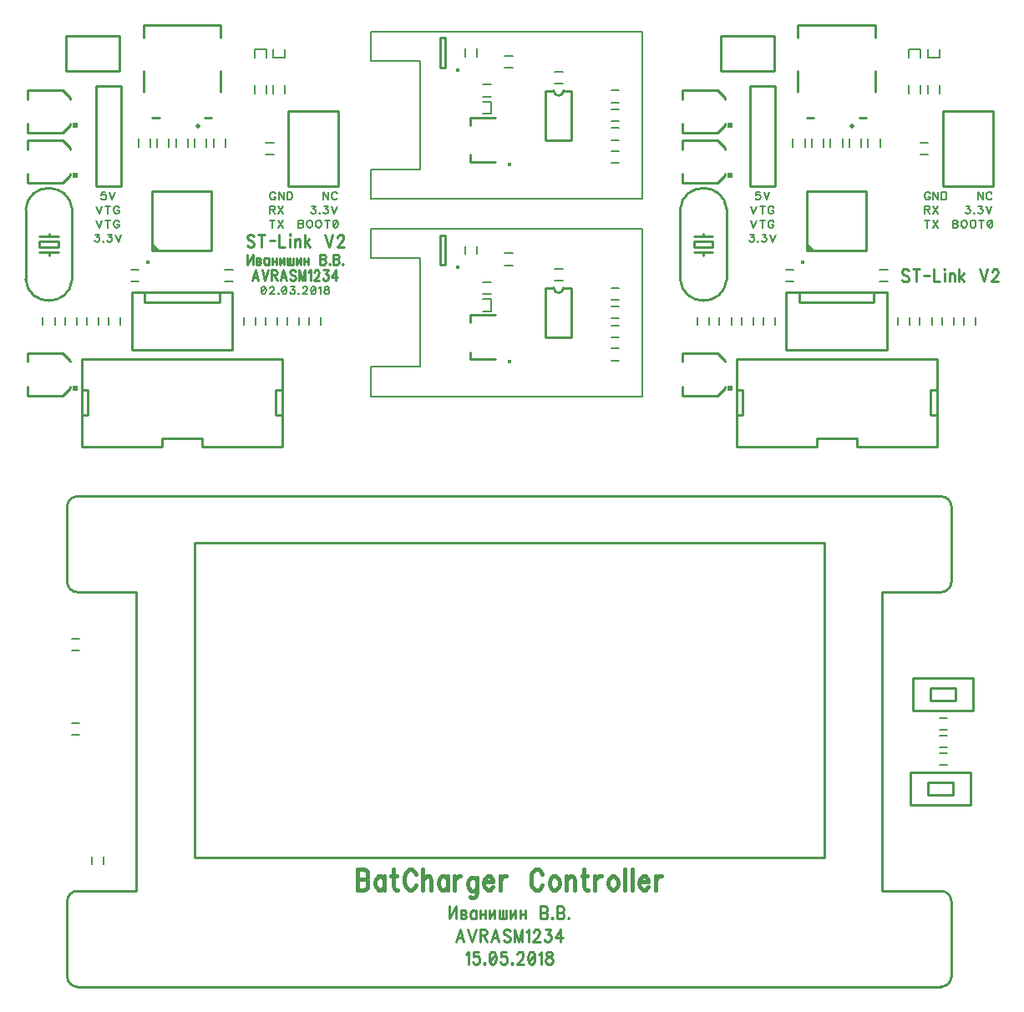
<source format=gbr>
G04 DipTrace 3.2.0.1*
G04 Âåðõíÿÿìàðêèðîâêà.gbr*
%MOIN*%
G04 #@! TF.FileFunction,Legend,Top*
G04 #@! TF.Part,Single*
%ADD10C,0.009843*%
%ADD20C,0.007874*%
%ADD41C,0.015422*%
%ADD53C,0.023676*%
%ADD58C,0.015709*%
%ADD61C,0.019654*%
%ADD69C,0.01542*%
%ADD150C,0.017498*%
%ADD151C,0.010936*%
%ADD152C,0.006562*%
%ADD153C,0.008749*%
%FSLAX26Y26*%
G04*
G70*
G90*
G75*
G01*
G04 TopSilk*
%LPD*%
X221510Y1057872D2*
D20*
X252997D1*
X221510Y1010632D2*
X252997D1*
X221510Y1395372D2*
X252997D1*
X221510Y1348132D2*
X252997D1*
X301133Y493507D2*
Y524994D1*
X348373Y493507D2*
Y524994D1*
X3716531Y1029530D2*
X3685044D1*
X3716531Y1076770D2*
X3685044D1*
X243862Y5631D2*
D10*
X3693146D1*
X204345Y1923532D2*
Y1620160D1*
X3732663Y348344D2*
Y44972D1*
X204345Y348344D2*
Y44972D1*
X479907Y1580819D2*
Y387685D1*
X3457101Y1580819D2*
Y387685D1*
X204345Y348344D2*
G02X243862Y387685I40923J-1590D01*
G01*
Y1580819D2*
X479907D1*
X3457101D2*
X3693146D1*
X204345Y1923532D2*
G02X243862Y1962873I40561J-1226D01*
G01*
X3693146D1*
X3732663Y1923532D2*
Y1620160D1*
X3457101Y387685D2*
X3693146D1*
X243862D2*
X479907D1*
X243862Y1580819D2*
G02X204345Y1620160I1406J40930D01*
G01*
X243862Y5631D2*
G02X204345Y44972I1044J40566D01*
G01*
X3732663Y1620160D2*
G02X3693146Y1580819I-40923J1590D01*
G01*
Y1962873D2*
G02X3732663Y1923532I-1044J-40566D01*
G01*
Y44972D2*
G02X3693146Y5631I-40561J1226D01*
G01*
Y387685D2*
G02X3732663Y348344I-1406J-40930D01*
G01*
X712423Y1777718D2*
X3224585D1*
Y521560D1*
X712423D1*
Y1777718D1*
X3685044Y1007872D2*
D20*
X3716531D1*
X3685044Y960632D2*
X3716531D1*
X3685044Y938974D2*
X3716531D1*
X3685044Y891734D2*
X3716531D1*
X3820859Y1106299D2*
D10*
X3580715D1*
Y1236220D1*
X3820859D1*
Y1106299D1*
X3750787Y1146250D2*
X3650788D1*
Y1196270D1*
X3750787D1*
Y1146250D1*
X3811017Y732283D2*
X3570873D1*
Y862205D1*
X3811017D1*
Y732283D1*
X3740944Y772234D2*
X3640945D1*
Y822254D1*
X3740944D1*
Y772234D1*
X46608Y3415535D2*
X46584Y3450968D1*
X46608Y3415535D2*
X186306D1*
X215865Y3445060D2*
X186306Y3415535D1*
X215865Y3445060D2*
X215889Y3450968D1*
X46584Y3549394D2*
X46608Y3584827D1*
X186306D1*
X215865Y3555302D2*
X186306Y3584827D1*
X215889Y3549394D2*
X215865Y3555302D1*
D53*
X237516Y3445051D3*
X46608Y3215556D2*
D10*
X46584Y3250989D1*
X46608Y3215556D2*
X186306D1*
X215865Y3245081D2*
X186306Y3215556D1*
X215865Y3245081D2*
X215889Y3250989D1*
X46584Y3349415D2*
X46608Y3384848D1*
X186306D1*
X215865Y3355323D2*
X186306Y3384848D1*
X215889Y3349415D2*
X215865Y3355323D1*
D53*
X237516Y3245072D3*
X46608Y2365646D2*
D10*
X46584Y2401078D1*
X46608Y2365646D2*
X186306D1*
X215865Y2395170D2*
X186306Y2365646D1*
X215865Y2395170D2*
X215889Y2401078D1*
X46584Y2499504D2*
X46608Y2534937D1*
X186306D1*
X215865Y2505413D2*
X186306Y2534937D1*
X215889Y2499504D2*
X215865Y2505413D1*
D53*
X237516Y2395162D3*
X536066Y3390938D2*
D20*
Y3359451D1*
X488826Y3390938D2*
Y3359451D1*
X836035Y3390938D2*
Y3359451D1*
X788795Y3390938D2*
Y3359451D1*
X459207Y2867620D2*
X490693D1*
X459207Y2820380D2*
X490693D1*
X865654D2*
X834167D1*
X865654Y2867620D2*
X834167D1*
X544320Y2944577D2*
D10*
X780541D1*
Y3180877D1*
X544320D1*
Y2944577D1*
G36*
D2*
X575816D1*
X544320Y2976113D1*
Y2944577D1*
G37*
D58*
X526584Y2897353D3*
X412517Y3660541D2*
D10*
X199919D1*
Y3802273D1*
X412517D1*
Y3660541D1*
X1026270Y3715664D2*
D20*
X1073510D1*
X1026270D2*
Y3747150D1*
X1073510Y3715664D2*
Y3747150D1*
X998518D2*
X951278D1*
X998518D2*
Y3715664D1*
X951278Y3747150D2*
Y3715664D1*
X2149611Y3657872D2*
X2181098D1*
X2149611Y3610632D2*
X2181098D1*
X2374611Y3340549D2*
X2406098D1*
X2374611Y3293309D2*
X2406098D1*
X996650Y3373817D2*
X1028137D1*
X996650Y3326577D2*
X1028137D1*
X563818Y3359451D2*
Y3390938D1*
X611058Y3359451D2*
Y3390938D1*
X1130006Y2678260D2*
Y2646774D1*
X1082766Y2678260D2*
Y2646774D1*
X1042515Y2678260D2*
Y2646774D1*
X995275Y2678260D2*
Y2646774D1*
X761043Y3390938D2*
Y3359451D1*
X713802Y3390938D2*
Y3359451D1*
X955024Y2678260D2*
Y2646774D1*
X907784Y2678260D2*
Y2646774D1*
X686051Y3390938D2*
Y3359451D1*
X638810Y3390938D2*
Y3359451D1*
X1217497Y2678260D2*
Y2646774D1*
X1170257Y2678260D2*
Y2646774D1*
X417329Y2678512D2*
Y2647026D1*
X370089Y2678512D2*
Y2647026D1*
X154856Y2678512D2*
Y2647026D1*
X107616Y2678512D2*
Y2647026D1*
X242347Y2678512D2*
Y2647026D1*
X195107Y2678512D2*
Y2647026D1*
X329838Y2678512D2*
Y2647026D1*
X282598Y2678512D2*
Y2647026D1*
X1073510Y3603415D2*
Y3571929D1*
X1026270Y3603415D2*
Y3571929D1*
X998518Y3603415D2*
Y3571929D1*
X951278Y3603415D2*
Y3571929D1*
X815975Y3843328D2*
D10*
X508886D1*
X815975D2*
Y3794135D1*
Y3661025D2*
Y3576777D1*
X780528Y3473265D2*
X752978D1*
X571883D2*
X544333D1*
X508886Y3576777D2*
Y3661025D1*
Y3794135D2*
Y3843328D1*
D61*
X725427Y3439781D3*
X418711Y3600192D2*
D10*
X318711D1*
Y3200192D1*
X418711D1*
Y3600192D1*
X1087375Y3200197D2*
X1287375D1*
Y3500197D1*
X1087375D1*
Y3200197D1*
X812017Y2738263D2*
X512844D1*
X812017D2*
Y2777630D1*
X512844Y2738263D2*
Y2777630D1*
X461643Y2549283D2*
X863218D1*
Y2777630D1*
X461643D1*
Y2549283D1*
X287230Y2287753D2*
X262430D1*
X287230Y2387853D2*
Y2287753D1*
Y2387853D2*
X262430D1*
X1062430Y2287753D2*
X1037630D1*
Y2387853D2*
Y2287753D1*
X1062430Y2387853D2*
X1037630D1*
X262430Y2512803D2*
Y2162803D1*
X1062430Y2512803D2*
Y2162803D1*
Y2512803D2*
X262430D1*
X582430Y2192903D2*
Y2162803D1*
X742430Y2192903D2*
X582430D1*
X742430D2*
Y2162803D1*
X582430D2*
X262430D1*
X1062430D2*
X742430D1*
X224110Y2829323D2*
Y3108651D1*
X38362Y2829323D2*
Y3108651D1*
X93734Y2956494D2*
Y2981479D1*
X168739D1*
Y2956494D1*
X93734D1*
Y2937756D2*
X168739D1*
X93734Y3000218D2*
X168739D1*
X131236D2*
Y3012756D1*
Y2937756D2*
Y2925218D1*
X38362Y2829323D2*
G03X224110Y2829323I92874J8216D01*
G01*
Y3108651D2*
G03X38362Y3108651I-92874J-8216D01*
G01*
X2374611Y3432872D2*
D20*
X2406098D1*
X2374611Y3385632D2*
X2406098D1*
X2114166Y3582679D2*
D10*
Y3385825D1*
X2216543Y3582679D2*
Y3385825D1*
X2114166D2*
X2216543D1*
X2145660Y3582679D2*
X2114166D1*
X2185049D2*
X2216543D1*
X2145660D2*
G03X2185049Y3582679I19694J9D01*
G01*
X2374611Y3507872D2*
D20*
X2406098D1*
X2374611Y3460632D2*
X2406098D1*
X2374611Y3582872D2*
X2406098D1*
X2374611Y3535632D2*
X2406098D1*
X1791734Y3718509D2*
Y3749995D1*
X1838974Y3718509D2*
Y3749995D1*
X1895665Y3559057D2*
X1864178D1*
X1895665Y3606297D2*
X1864178D1*
X1981098Y3673132D2*
X1949611D1*
X1981098Y3720372D2*
X1949611D1*
X1911405Y3297243D2*
D10*
X1812999D1*
Y3326784D1*
Y3444869D2*
Y3474409D1*
X1911405D1*
D69*
X1970035Y3288147D3*
X1895665Y3490159D2*
D20*
Y3537400D1*
Y3490159D2*
X1864178D1*
X1895665Y3537400D2*
X1864178D1*
D41*
X1762839Y3666001D3*
X1712697Y3675202D2*
D10*
Y3793307D1*
X1693012D1*
Y3675202D1*
X1712697D1*
X2149611Y2870470D2*
D20*
X2181098D1*
X2149611Y2823230D2*
X2181098D1*
X2374611Y2553148D2*
X2406098D1*
X2374611Y2505907D2*
X2406098D1*
X2374611Y2645470D2*
X2406098D1*
X2374611Y2598230D2*
X2406098D1*
X2114166Y2795278D2*
D10*
Y2598423D1*
X2216543Y2795278D2*
Y2598423D1*
X2114166D2*
X2216543D1*
X2145660Y2795278D2*
X2114166D1*
X2185049D2*
X2216543D1*
X2145660D2*
G03X2185049Y2795278I19694J9D01*
G01*
X2374611Y2720470D2*
D20*
X2406098D1*
X2374611Y2673230D2*
X2406098D1*
X2374611Y2795470D2*
X2406098D1*
X2374611Y2748230D2*
X2406098D1*
X1791734Y2931107D2*
Y2962594D1*
X1838974Y2931107D2*
Y2962594D1*
X1895665Y2771656D2*
X1864178D1*
X1895665Y2818896D2*
X1864178D1*
X1981098Y2885730D2*
X1949611D1*
X1981098Y2932970D2*
X1949611D1*
X1911405Y2509842D2*
D10*
X1812999D1*
Y2539382D1*
Y2657467D2*
Y2687008D1*
X1911405D1*
D69*
X1970035Y2500745D3*
X1895665Y2702758D2*
D20*
Y2749998D1*
Y2702758D2*
X1864178D1*
X1895665Y2749998D2*
X1864178D1*
D41*
X1762839Y2878600D3*
X1712697Y2887801D2*
D10*
Y3005906D1*
X1693012D1*
Y2887801D1*
X1712697D1*
X2658755Y3415535D2*
X2658731Y3450968D1*
X2658755Y3415535D2*
X2798452D1*
X2828012Y3445060D2*
X2798452Y3415535D1*
X2828012Y3445060D2*
X2828036Y3450968D1*
X2658731Y3549394D2*
X2658755Y3584827D1*
X2798452D1*
X2828012Y3555302D2*
X2798452Y3584827D1*
X2828036Y3549394D2*
X2828012Y3555302D1*
D53*
X2849663Y3445051D3*
X2658755Y3215556D2*
D10*
X2658731Y3250989D1*
X2658755Y3215556D2*
X2798452D1*
X2828012Y3245081D2*
X2798452Y3215556D1*
X2828012Y3245081D2*
X2828036Y3250989D1*
X2658731Y3349415D2*
X2658755Y3384848D1*
X2798452D1*
X2828012Y3355323D2*
X2798452Y3384848D1*
X2828036Y3349415D2*
X2828012Y3355323D1*
D53*
X2849663Y3245072D3*
X2658755Y2365646D2*
D10*
X2658731Y2401078D1*
X2658755Y2365646D2*
X2798452D1*
X2828012Y2395170D2*
X2798452Y2365646D1*
X2828012Y2395170D2*
X2828036Y2401078D1*
X2658731Y2499504D2*
X2658755Y2534937D1*
X2798452D1*
X2828012Y2505413D2*
X2798452Y2534937D1*
X2828036Y2499504D2*
X2828012Y2505413D1*
D53*
X2849663Y2395162D3*
X3148213Y3390938D2*
D20*
Y3359451D1*
X3100973Y3390938D2*
Y3359451D1*
X3448182Y3390938D2*
Y3359451D1*
X3400942Y3390938D2*
Y3359451D1*
X3071354Y2867620D2*
X3102840D1*
X3071354Y2820380D2*
X3102840D1*
X3477801D2*
X3446314D1*
X3477801Y2867620D2*
X3446314D1*
X3156467Y2944577D2*
D10*
X3392688D1*
Y3180877D1*
X3156467D1*
Y2944577D1*
G36*
D2*
X3187963D1*
X3156467Y2976113D1*
Y2944577D1*
G37*
D58*
X3138731Y2897353D3*
X3024664Y3660541D2*
D10*
X2812066D1*
Y3802273D1*
X3024664D1*
Y3660541D1*
X3638417Y3715664D2*
D20*
X3685657D1*
X3638417D2*
Y3747150D1*
X3685657Y3715664D2*
Y3747150D1*
X3610665D2*
X3563425D1*
X3610665D2*
Y3715664D1*
X3563425Y3747150D2*
Y3715664D1*
X3608797Y3373817D2*
X3640284D1*
X3608797Y3326577D2*
X3640284D1*
X3175965Y3359451D2*
Y3390938D1*
X3223205Y3359451D2*
Y3390938D1*
X3742153Y2678260D2*
Y2646774D1*
X3694913Y2678260D2*
Y2646774D1*
X3654662Y2678260D2*
Y2646774D1*
X3607422Y2678260D2*
Y2646774D1*
X3373190Y3390938D2*
Y3359451D1*
X3325949Y3390938D2*
Y3359451D1*
X3567171Y2678260D2*
Y2646774D1*
X3519931Y2678260D2*
Y2646774D1*
X3298198Y3390938D2*
Y3359451D1*
X3250957Y3390938D2*
Y3359451D1*
X3829644Y2678260D2*
Y2646774D1*
X3782404Y2678260D2*
Y2646774D1*
X3029476Y2678512D2*
Y2647026D1*
X2982236Y2678512D2*
Y2647026D1*
X2767003Y2678512D2*
Y2647026D1*
X2719763Y2678512D2*
Y2647026D1*
X2854494Y2678512D2*
Y2647026D1*
X2807254Y2678512D2*
Y2647026D1*
X2941985Y2678512D2*
Y2647026D1*
X2894745Y2678512D2*
Y2647026D1*
X3685657Y3603415D2*
Y3571929D1*
X3638417Y3603415D2*
Y3571929D1*
X3610665Y3603415D2*
Y3571929D1*
X3563425Y3603415D2*
Y3571929D1*
X3428122Y3843328D2*
D10*
X3121033D1*
X3428122D2*
Y3794135D1*
Y3661025D2*
Y3576777D1*
X3392675Y3473265D2*
X3365125D1*
X3184030D2*
X3156480D1*
X3121033Y3576777D2*
Y3661025D1*
Y3794135D2*
Y3843328D1*
D61*
X3337574Y3439781D3*
X3030858Y3600192D2*
D10*
X2930858D1*
Y3200192D1*
X3030858D1*
Y3600192D1*
X3699522Y3200197D2*
X3899522D1*
Y3500197D1*
X3699522D1*
Y3200197D1*
X3424164Y2738263D2*
X3124991D1*
X3424164D2*
Y2777630D1*
X3124991Y2738263D2*
Y2777630D1*
X3073790Y2549283D2*
X3475365D1*
Y2777630D1*
X3073790D1*
Y2549283D1*
X2899377Y2287753D2*
X2874577D1*
X2899377Y2387853D2*
Y2287753D1*
Y2387853D2*
X2874577D1*
X3674577Y2287753D2*
X3649777D1*
Y2387853D2*
Y2287753D1*
X3674577Y2387853D2*
X3649777D1*
X2874577Y2512803D2*
Y2162803D1*
X3674577Y2512803D2*
Y2162803D1*
Y2512803D2*
X2874577D1*
X3194577Y2192903D2*
Y2162803D1*
X3354577Y2192903D2*
X3194577D1*
X3354577D2*
Y2162803D1*
X3194577D2*
X2874577D1*
X3674577D2*
X3354577D1*
X2836257Y2829323D2*
Y3108651D1*
X2650509Y2829323D2*
Y3108651D1*
X2705881Y2956494D2*
Y2981479D1*
X2780886D1*
Y2956494D1*
X2705881D1*
Y2937756D2*
X2780886D1*
X2705881Y3000218D2*
X2780886D1*
X2743383D2*
Y3012756D1*
Y2937756D2*
Y2925218D1*
X2650509Y2829323D2*
G03X2836257Y2829323I92874J8216D01*
G01*
Y3108651D2*
G03X2650509Y3108651I-92874J-8216D01*
G01*
X1614173Y3267717D2*
D20*
Y3700787D1*
X1417323D1*
X1614173Y3267717D2*
X1417323D1*
Y3700787D2*
Y3818898D1*
Y3149606D2*
Y3267717D1*
Y3818898D2*
X2500000D1*
X1417323Y3149606D2*
X2500178D1*
X2500000D2*
Y3818898D1*
X1614173Y2480315D2*
Y2913386D1*
X1417323D1*
X1614173Y2480315D2*
X1417323D1*
Y2913386D2*
Y3031496D1*
Y2362205D2*
Y2480315D1*
Y3031496D2*
X2500000D1*
X1417323Y2362205D2*
X2500178D1*
X2500000D2*
Y3031496D1*
X1361345Y473196D2*
D150*
Y392812D1*
X1388935D1*
X1398132Y396703D1*
X1401174Y400505D1*
X1404216Y408110D1*
Y419606D1*
X1401174Y427300D1*
X1398132Y431102D1*
X1388935Y434905D1*
X1398132Y438796D1*
X1401174Y442599D1*
X1404216Y450204D1*
Y457897D1*
X1401174Y465502D1*
X1398132Y469393D1*
X1388935Y473196D1*
X1361345D1*
Y434905D2*
X1388935D1*
X1468929Y446401D2*
Y392812D1*
Y434905D2*
X1462845Y442599D1*
X1456690Y446401D1*
X1447564D1*
X1441410Y442599D1*
X1435325Y434905D1*
X1432213Y423409D1*
Y415804D1*
X1435325Y404308D1*
X1441410Y396703D1*
X1447564Y392812D1*
X1456690D1*
X1462845Y396703D1*
X1468929Y404308D1*
X1506123Y473196D2*
Y408110D1*
X1509165Y396703D1*
X1515320Y392812D1*
X1521404D1*
X1496926Y446401D2*
X1518362D1*
X1595314Y454095D2*
X1592272Y461700D1*
X1586117Y469393D1*
X1580033Y473196D1*
X1567794D1*
X1561639Y469393D1*
X1555555Y461700D1*
X1552442Y454095D1*
X1549400Y442599D1*
Y423409D1*
X1552442Y412001D1*
X1555555Y404308D1*
X1561639Y396703D1*
X1567794Y392812D1*
X1580033D1*
X1586117Y396703D1*
X1592272Y404308D1*
X1595314Y412001D1*
X1623310Y473196D2*
Y392812D1*
Y431102D2*
X1632507Y442599D1*
X1638662Y446401D1*
X1647859D1*
X1653943Y442599D1*
X1656985Y431102D1*
Y392812D1*
X1721698Y446401D2*
Y392812D1*
Y434905D2*
X1715614Y442599D1*
X1709459Y446401D1*
X1700333D1*
X1694178Y442599D1*
X1688094Y434905D1*
X1684981Y423409D1*
Y415804D1*
X1688094Y404308D1*
X1694178Y396703D1*
X1700333Y392812D1*
X1709459D1*
X1715614Y396703D1*
X1721698Y404308D1*
X1749694Y446401D2*
Y392812D1*
Y423409D2*
X1752807Y434905D1*
X1758891Y442599D1*
X1765046Y446401D1*
X1774243D1*
X1838956Y442599D2*
Y381316D1*
X1835914Y369908D1*
X1832872Y366017D1*
X1826717Y362215D1*
X1817520D1*
X1811436Y366017D1*
X1838956Y431102D2*
X1832872Y438708D1*
X1826717Y442599D1*
X1817520D1*
X1811436Y438708D1*
X1805281Y431102D1*
X1802239Y419606D1*
Y411913D1*
X1805281Y400505D1*
X1811436Y392812D1*
X1817520Y389009D1*
X1826717D1*
X1832872Y392812D1*
X1838956Y400505D1*
X1866953Y423409D2*
X1903669D1*
Y431102D1*
X1900627Y438796D1*
X1897585Y442599D1*
X1891430Y446401D1*
X1882233D1*
X1876149Y442599D1*
X1869995Y434905D1*
X1866953Y423409D1*
Y415804D1*
X1869995Y404308D1*
X1876149Y396703D1*
X1882233Y392812D1*
X1891430D1*
X1897585Y396703D1*
X1903669Y404308D1*
X1931666Y446401D2*
Y392812D1*
Y423409D2*
X1934779Y434905D1*
X1940863Y442599D1*
X1947017Y446401D1*
X1956214D1*
X2100568Y454095D2*
X2097526Y461700D1*
X2091371Y469393D1*
X2085287Y473196D1*
X2073048D1*
X2066893Y469393D1*
X2060809Y461700D1*
X2057696Y454095D1*
X2054654Y442599D1*
Y423409D1*
X2057696Y412001D1*
X2060809Y404308D1*
X2066893Y396703D1*
X2073048Y392812D1*
X2085287D1*
X2091371Y396703D1*
X2097526Y404308D1*
X2100568Y412001D1*
X2143845Y446401D2*
X2137761Y442599D1*
X2131606Y434905D1*
X2128564Y423409D1*
Y415804D1*
X2131606Y404308D1*
X2137761Y396703D1*
X2143845Y392812D1*
X2153042D1*
X2159197Y396703D1*
X2165281Y404308D1*
X2168394Y415804D1*
Y423409D1*
X2165281Y434905D1*
X2159197Y442599D1*
X2153042Y446401D1*
X2143845D1*
X2196390D2*
Y392812D1*
Y431102D2*
X2205587Y442599D1*
X2211742Y446401D1*
X2220868D1*
X2227023Y442599D1*
X2230065Y431102D1*
Y392812D1*
X2267258Y473196D2*
Y408110D1*
X2270300Y396703D1*
X2276455Y392812D1*
X2282539D1*
X2258061Y446401D2*
X2279497D1*
X2310536D2*
Y392812D1*
Y423409D2*
X2313648Y434905D1*
X2319732Y442599D1*
X2325887Y446401D1*
X2335084D1*
X2378362D2*
X2372277Y442599D1*
X2366123Y434905D1*
X2363081Y423409D1*
Y415804D1*
X2366123Y404308D1*
X2372277Y396703D1*
X2378362Y392812D1*
X2387558D1*
X2393713Y396703D1*
X2399797Y404308D1*
X2402910Y415804D1*
Y423409D1*
X2399797Y434905D1*
X2393713Y442599D1*
X2387558Y446401D1*
X2378362D1*
X2430907Y473196D2*
Y392812D1*
X2458903Y473196D2*
Y392812D1*
X2486900Y423409D2*
X2523616D1*
Y431102D1*
X2520574Y438796D1*
X2517532Y442599D1*
X2511377Y446401D1*
X2502180D1*
X2496096Y442599D1*
X2489942Y434905D1*
X2486900Y423409D1*
Y415804D1*
X2489942Y404308D1*
X2496096Y396703D1*
X2502180Y392812D1*
X2511377D1*
X2517532Y396703D1*
X2523616Y404308D1*
X2551613Y446401D2*
Y392812D1*
Y423409D2*
X2554725Y434905D1*
X2560810Y442599D1*
X2566964Y446401D1*
X2576161D1*
X1786844Y184319D2*
D151*
X1771502Y234559D1*
X1756203Y184319D1*
X1761951Y201066D2*
X1781096D1*
X1804342Y234559D2*
X1819641Y184319D1*
X1834939Y234559D1*
X1852437Y210627D2*
X1869637D1*
X1875385Y213059D1*
X1877331Y215436D1*
X1879232Y220189D1*
Y224997D1*
X1877331Y229751D1*
X1875385Y232182D1*
X1869637Y234559D1*
X1852437D1*
Y184319D1*
X1865835Y210627D2*
X1879232Y184319D1*
X1927371D2*
X1912028Y234559D1*
X1896730Y184319D1*
X1902478Y201066D2*
X1921623D1*
X1971664Y227374D2*
X1967861Y232182D1*
X1962113Y234559D1*
X1954464D1*
X1948716Y232182D1*
X1944869Y227374D1*
Y222621D1*
X1946814Y217812D1*
X1948716Y215436D1*
X1952518Y213059D1*
X1964014Y208251D1*
X1967861Y205874D1*
X1969762Y203442D1*
X1971664Y198689D1*
Y191504D1*
X1967861Y186751D1*
X1962113Y184319D1*
X1954464D1*
X1948716Y186751D1*
X1944869Y191504D1*
X2019759Y184319D2*
Y234559D1*
X2004460Y184319D1*
X1989161Y234559D1*
Y184319D1*
X2037256Y224942D2*
X2041103Y227374D1*
X2046851Y234504D1*
Y184319D1*
X2066295Y222566D2*
Y224942D1*
X2068196Y229751D1*
X2070097Y232127D1*
X2073944Y234504D1*
X2081593D1*
X2085396Y232127D1*
X2087297Y229751D1*
X2089242Y224942D1*
Y220189D1*
X2087297Y215381D1*
X2083494Y208251D1*
X2064349Y184319D1*
X2091144D1*
X2112488Y234504D2*
X2133491D1*
X2122039Y215381D1*
X2127787D1*
X2131589Y213004D1*
X2133491Y210627D1*
X2135436Y203442D1*
Y198689D1*
X2133491Y191504D1*
X2129688Y186696D1*
X2123940Y184319D1*
X2118192D1*
X2112488Y186696D1*
X2110587Y189127D1*
X2108642Y193881D1*
X2172079Y184319D2*
Y234504D1*
X2152934Y201066D1*
X2181630D1*
X1796051Y135888D2*
X1799898Y138320D1*
X1805646Y145450D1*
Y95265D1*
X1846091Y145450D2*
X1826990D1*
X1825089Y123950D1*
X1826990Y126327D1*
X1832738Y128759D1*
X1838442D1*
X1844190Y126327D1*
X1848037Y121574D1*
X1849938Y114388D1*
Y109635D1*
X1848037Y102450D1*
X1844190Y97642D1*
X1838442Y95265D1*
X1832738D1*
X1826990Y97642D1*
X1825089Y100074D1*
X1823143Y104827D1*
X1869337Y100074D2*
X1867436Y97642D1*
X1869337Y95265D1*
X1871283Y97642D1*
X1869337Y100074D1*
X1900276Y145450D2*
X1894528Y143073D1*
X1890682Y135888D1*
X1888780Y123950D1*
Y116765D1*
X1890682Y104827D1*
X1894528Y97642D1*
X1900276Y95265D1*
X1904079D1*
X1909827Y97642D1*
X1913630Y104827D1*
X1915575Y116765D1*
Y123950D1*
X1913630Y135888D1*
X1909827Y143073D1*
X1904079Y145450D1*
X1900276D1*
X1913630Y135888D2*
X1890682Y104827D1*
X1956021Y145450D2*
X1936920D1*
X1935018Y123950D1*
X1936920Y126327D1*
X1942668Y128759D1*
X1948371D1*
X1954120Y126327D1*
X1957966Y121574D1*
X1959868Y114388D1*
Y109635D1*
X1957966Y102450D1*
X1954120Y97642D1*
X1948371Y95265D1*
X1942668D1*
X1936920Y97642D1*
X1935018Y100074D1*
X1933073Y104827D1*
X1979267Y100074D2*
X1977365Y97642D1*
X1979267Y95265D1*
X1981212Y97642D1*
X1979267Y100074D1*
X2000655Y133512D2*
Y135888D1*
X2002557Y140697D1*
X2004458Y143073D1*
X2008305Y145450D1*
X2015954D1*
X2019757Y143073D1*
X2021658Y140697D1*
X2023603Y135888D1*
Y131135D1*
X2021658Y126327D1*
X2017855Y119197D1*
X1998710Y95265D1*
X2025505D1*
X2054498Y145450D2*
X2048750Y143073D1*
X2044904Y135888D1*
X2043002Y123950D1*
Y116765D1*
X2044904Y104827D1*
X2048750Y97642D1*
X2054498Y95265D1*
X2058301D1*
X2064049Y97642D1*
X2067852Y104827D1*
X2069797Y116765D1*
Y123950D1*
X2067852Y135888D1*
X2064049Y143073D1*
X2058301Y145450D1*
X2054498D1*
X2067852Y135888D2*
X2044904Y104827D1*
X2087295Y135888D2*
X2091142Y138320D1*
X2096890Y145450D1*
Y95265D1*
X2123938Y145450D2*
X2118234Y143073D1*
X2116289Y138320D1*
Y133512D1*
X2118234Y128759D1*
X2122037Y126327D1*
X2129686Y123950D1*
X2135434Y121574D1*
X2139237Y116765D1*
X2141138Y112012D1*
Y104827D1*
X2139237Y100074D1*
X2137335Y97642D1*
X2131587Y95265D1*
X2123938D1*
X2118234Y97642D1*
X2116289Y100074D1*
X2114388Y104827D1*
Y112012D1*
X2116289Y116765D1*
X2120136Y121574D1*
X2125839Y123950D1*
X2133489Y126327D1*
X2137335Y128759D1*
X2139237Y133512D1*
Y138320D1*
X2137335Y143073D1*
X2131587Y145450D1*
X2123938D1*
X1757356Y326593D2*
Y276353D1*
Y326593D2*
X1730561Y276353D1*
Y326593D2*
Y276353D1*
X1774854Y309846D2*
Y276353D1*
X1787765D1*
X1792098Y277956D1*
X1793513Y279559D1*
X1794928Y282709D1*
Y287518D1*
X1793513Y290723D1*
X1792098Y292326D1*
X1787765Y293874D1*
X1792098Y295532D1*
X1793513Y297079D1*
X1794928Y300285D1*
Y303490D1*
X1793513Y306641D1*
X1792098Y308244D1*
X1787765Y309846D1*
X1774854D1*
Y293874D2*
X1787765D1*
X1835373Y309846D2*
Y276353D1*
Y302661D2*
X1831571Y307470D1*
X1827724Y309846D1*
X1822020D1*
X1818173Y307470D1*
X1814371Y302661D1*
X1812425Y295476D1*
Y290723D1*
X1814371Y283538D1*
X1818173Y278785D1*
X1822020Y276353D1*
X1827724D1*
X1831571Y278785D1*
X1835373Y283538D1*
X1852871Y309846D2*
Y276353D1*
X1872945Y309846D2*
Y276353D1*
X1852871Y293874D2*
X1872945D1*
X1910517Y309846D2*
Y276353D1*
Y309846D2*
X1890443Y276353D1*
Y309846D2*
Y276353D1*
X1928015D2*
Y309846D1*
X1956711D2*
Y276353D1*
X1942340Y309846D2*
Y276353D1*
X1928015D2*
X1956711D1*
X1994282Y309846D2*
Y276353D1*
Y309846D2*
X1974208Y276353D1*
Y309846D2*
Y276353D1*
X2011780Y309846D2*
Y276353D1*
X2031854Y309846D2*
Y276353D1*
X2011780Y293874D2*
X2031854D1*
X2093379Y326593D2*
Y276353D1*
X2110623D1*
X2116371Y278785D1*
X2118272Y281162D1*
X2120174Y285915D1*
Y293100D1*
X2118272Y297908D1*
X2116371Y300285D1*
X2110623Y302661D1*
X2116371Y305093D1*
X2118272Y307470D1*
X2120174Y312223D1*
Y317032D1*
X2118272Y321785D1*
X2116371Y324217D1*
X2110623Y326593D1*
X2093379D1*
Y302661D2*
X2110623D1*
X2139573Y281162D2*
X2137671Y278730D1*
X2139573Y276353D1*
X2141518Y278730D1*
X2139573Y281162D1*
X2159016Y326593D2*
Y276353D1*
X2176260D1*
X2182008Y278785D1*
X2183909Y281162D1*
X2185811Y285915D1*
Y293100D1*
X2183909Y297908D1*
X2182008Y300285D1*
X2176260Y302661D1*
X2182008Y305093D1*
X2183909Y307470D1*
X2185811Y312223D1*
Y317032D1*
X2183909Y321785D1*
X2182008Y324217D1*
X2176260Y326593D1*
X2159016D1*
Y302661D2*
X2176260D1*
X2205210Y281162D2*
X2203308Y278730D1*
X2205210Y276353D1*
X2207155Y278730D1*
X2205210Y281162D1*
X1246778Y3178044D2*
D152*
Y3147900D1*
X1226682Y3178044D1*
Y3147900D1*
X1281424Y3170881D2*
X1279998Y3173733D1*
X1277113Y3176618D1*
X1274261Y3178044D1*
X1268524D1*
X1265639Y3176618D1*
X1262787Y3173733D1*
X1261328Y3170881D1*
X1259902Y3166570D1*
Y3159374D1*
X1261328Y3155096D1*
X1262787Y3152211D1*
X1265639Y3149359D1*
X1268524Y3147900D1*
X1274261D1*
X1277113Y3149359D1*
X1279998Y3152211D1*
X1281424Y3155096D1*
X1035727Y3170881D2*
X1034301Y3173733D1*
X1031416Y3176618D1*
X1028564Y3178044D1*
X1022827D1*
X1019942Y3176618D1*
X1017090Y3173733D1*
X1015631Y3170881D1*
X1014205Y3166570D1*
Y3159374D1*
X1015631Y3155096D1*
X1017090Y3152211D1*
X1019942Y3149359D1*
X1022827Y3147900D1*
X1028564D1*
X1031416Y3149359D1*
X1034301Y3152211D1*
X1035727Y3155096D1*
Y3159374D1*
X1028564D1*
X1068946Y3178044D2*
Y3147900D1*
X1048850Y3178044D1*
Y3147900D1*
X1082069Y3178044D2*
Y3147900D1*
X1092117D1*
X1096428Y3149359D1*
X1099313Y3152211D1*
X1100739Y3155096D1*
X1102165Y3159374D1*
Y3166570D1*
X1100739Y3170881D1*
X1099313Y3173733D1*
X1096428Y3176618D1*
X1092117Y3178044D1*
X1082069D1*
X1014205Y3107440D2*
X1027105D1*
X1031416Y3108900D1*
X1032875Y3110326D1*
X1034301Y3113177D1*
Y3116062D1*
X1032875Y3118914D1*
X1031416Y3120374D1*
X1027105Y3121799D1*
X1014205D1*
Y3091655D1*
X1024253Y3107440D2*
X1034301Y3091655D1*
X1047424Y3121799D2*
X1067520Y3091655D1*
Y3121799D2*
X1047424Y3091655D1*
X1024253Y3065555D2*
Y3035411D1*
X1014205Y3065555D2*
X1034301D1*
X1047424D2*
X1067520Y3035411D1*
Y3065555D2*
X1047424Y3035411D1*
X1126693Y3065555D2*
Y3035411D1*
X1139626D1*
X1143937Y3036870D1*
X1145363Y3038296D1*
X1146789Y3041148D1*
Y3045459D1*
X1145363Y3048344D1*
X1143937Y3049770D1*
X1139626Y3051196D1*
X1143937Y3052655D1*
X1145363Y3054081D1*
X1146789Y3056933D1*
Y3059818D1*
X1145363Y3062670D1*
X1143937Y3064129D1*
X1139626Y3065555D1*
X1126693D1*
Y3051196D2*
X1139626D1*
X1168534Y3065555D2*
X1165649Y3064129D1*
X1162797Y3061244D1*
X1161338Y3058392D1*
X1159912Y3054081D1*
Y3046885D1*
X1161338Y3042607D1*
X1162797Y3039722D1*
X1165649Y3036870D1*
X1168534Y3035411D1*
X1174271D1*
X1177123Y3036870D1*
X1180008Y3039722D1*
X1181434Y3042607D1*
X1182860Y3046885D1*
Y3054081D1*
X1181434Y3058392D1*
X1180008Y3061244D1*
X1177123Y3064129D1*
X1174271Y3065555D1*
X1168534D1*
X1204606D2*
X1201721Y3064129D1*
X1198869Y3061244D1*
X1197409Y3058392D1*
X1195984Y3054081D1*
Y3046885D1*
X1197409Y3042607D1*
X1198869Y3039722D1*
X1201721Y3036870D1*
X1204606Y3035411D1*
X1210343D1*
X1213194Y3036870D1*
X1216080Y3039722D1*
X1217506Y3042607D1*
X1218931Y3046885D1*
Y3054081D1*
X1217506Y3058392D1*
X1216080Y3061244D1*
X1213194Y3064129D1*
X1210343Y3065555D1*
X1204606D1*
X1242103D2*
Y3035411D1*
X1232055Y3065555D2*
X1252151D1*
X1273896Y3065522D2*
X1269585Y3064096D1*
X1266700Y3059785D1*
X1265274Y3052622D1*
Y3048311D1*
X1266700Y3041148D1*
X1269585Y3036837D1*
X1273896Y3035411D1*
X1276748D1*
X1281059Y3036837D1*
X1283911Y3041148D1*
X1285370Y3048311D1*
Y3052622D1*
X1283911Y3059785D1*
X1281059Y3064096D1*
X1276748Y3065522D1*
X1273896D1*
X1283911Y3059785D2*
X1266700Y3041148D1*
X1179573Y3121766D2*
X1195325D1*
X1186736Y3110292D1*
X1191047D1*
X1193899Y3108866D1*
X1195325Y3107440D1*
X1196784Y3103129D1*
Y3100278D1*
X1195325Y3095966D1*
X1192473Y3093081D1*
X1188162Y3091655D1*
X1183851D1*
X1179573Y3093081D1*
X1178147Y3094541D1*
X1176688Y3097392D1*
X1211333Y3094541D2*
X1209907Y3093081D1*
X1211333Y3091655D1*
X1212792Y3093081D1*
X1211333Y3094541D1*
X1228801Y3121766D2*
X1244552D1*
X1235963Y3110292D1*
X1240274D1*
X1243126Y3108866D1*
X1244552Y3107440D1*
X1246011Y3103129D1*
Y3100278D1*
X1244552Y3095966D1*
X1241700Y3093081D1*
X1237389Y3091655D1*
X1233078D1*
X1228801Y3093081D1*
X1227375Y3094541D1*
X1225915Y3097392D1*
X1259135Y3121799D2*
X1270609Y3091655D1*
X1282083Y3121799D1*
X356487Y3178010D2*
X342161D1*
X340735Y3165110D1*
X342161Y3166536D1*
X346472Y3167996D1*
X350750D1*
X355061Y3166536D1*
X357946Y3163685D1*
X359372Y3159374D1*
Y3156522D1*
X357946Y3152211D1*
X355061Y3149326D1*
X350750Y3147900D1*
X346472D1*
X342161Y3149326D1*
X340735Y3150785D1*
X339276Y3153637D1*
X372495Y3178044D2*
X383969Y3147900D1*
X395443Y3178044D1*
X320528Y3121799D2*
X332002Y3091655D1*
X343475Y3121799D1*
X366647D2*
Y3091655D1*
X356599Y3121799D2*
X376695D1*
X411340Y3114637D2*
X409914Y3117488D1*
X407029Y3120374D1*
X404177Y3121799D1*
X398440D1*
X395555Y3120374D1*
X392703Y3117488D1*
X391244Y3114637D1*
X389818Y3110326D1*
Y3103129D1*
X391244Y3098852D1*
X392703Y3095966D1*
X395555Y3093115D1*
X398440Y3091655D1*
X404177D1*
X407029Y3093115D1*
X409914Y3095966D1*
X411340Y3098852D1*
Y3103129D1*
X404177D1*
X320528Y3065555D2*
X332002Y3035411D1*
X343475Y3065555D1*
X366647D2*
Y3035411D1*
X356599Y3065555D2*
X376695D1*
X411340Y3058392D2*
X409914Y3061244D1*
X407029Y3064129D1*
X404177Y3065555D1*
X398440D1*
X395555Y3064129D1*
X392703Y3061244D1*
X391244Y3058392D1*
X389818Y3054081D1*
Y3046885D1*
X391244Y3042607D1*
X392703Y3039722D1*
X395555Y3036870D1*
X398440Y3035411D1*
X404177D1*
X407029Y3036870D1*
X409914Y3039722D1*
X411340Y3042607D1*
Y3046885D1*
X404177D1*
X317163Y3009278D2*
X332915D1*
X324326Y2997804D1*
X328637D1*
X331489Y2996378D1*
X332915Y2994952D1*
X334374Y2990641D1*
Y2987789D1*
X332915Y2983478D1*
X330063Y2980593D1*
X325752Y2979167D1*
X321441D1*
X317163Y2980593D1*
X315737Y2982052D1*
X314278Y2984904D1*
X348924Y2982052D2*
X347498Y2980593D1*
X348924Y2979167D1*
X350383Y2980593D1*
X348924Y2982052D1*
X366391Y3009278D2*
X382143D1*
X373554Y2997804D1*
X377865D1*
X380717Y2996378D1*
X382143Y2994952D1*
X383602Y2990641D1*
Y2987789D1*
X382143Y2983478D1*
X379291Y2980593D1*
X374980Y2979167D1*
X370669D1*
X366391Y2980593D1*
X364965Y2982052D1*
X363506Y2984904D1*
X396725Y3009311D2*
X408199Y2979167D1*
X419673Y3009311D1*
X949446Y3000949D2*
D151*
X945644Y3005757D1*
X939896Y3008134D1*
X932247D1*
X926499Y3005757D1*
X922652Y3000949D1*
Y2996196D1*
X924597Y2991387D1*
X926499Y2989011D1*
X930301Y2986634D1*
X941797Y2981826D1*
X945644Y2979449D1*
X947545Y2977017D1*
X949446Y2972264D1*
Y2965079D1*
X945644Y2960326D1*
X939896Y2957894D1*
X932247D1*
X926499Y2960326D1*
X922652Y2965079D1*
X980342Y3008134D2*
Y2957894D1*
X966944Y3008134D2*
X993739D1*
X1011237Y2982986D2*
X1033345D1*
X1050842Y3008134D2*
Y2957894D1*
X1073790D1*
X1091288Y3008134D2*
X1093189Y3005757D1*
X1095135Y3008134D1*
X1093189Y3010566D1*
X1091288Y3008134D1*
X1093189Y2991387D2*
Y2957894D1*
X1112633Y2991387D2*
Y2957894D1*
Y2981826D2*
X1118381Y2989011D1*
X1122227Y2991387D1*
X1127931D1*
X1131778Y2989011D1*
X1133679Y2981826D1*
Y2957894D1*
X1151177Y3008134D2*
Y2957894D1*
X1170322Y2991387D2*
X1151177Y2967455D1*
X1158826Y2977017D2*
X1172224Y2957894D1*
X1233749Y3008134D2*
X1249047Y2957894D1*
X1264346Y3008134D1*
X1283789Y2996140D2*
Y2998517D1*
X1285691Y3003325D1*
X1287592Y3005702D1*
X1291439Y3008079D1*
X1299088D1*
X1302890Y3005702D1*
X1304792Y3003325D1*
X1306737Y2998517D1*
Y2993764D1*
X1304792Y2988955D1*
X1300989Y2981826D1*
X1281844Y2957894D1*
X1308638D1*
X967221Y2826088D2*
D153*
X954947Y2866280D1*
X942708Y2826088D1*
X947306Y2839486D2*
X962623D1*
X981219Y2866280D2*
X993458Y2826088D1*
X1005697Y2866280D1*
X1019695Y2847135D2*
X1033455D1*
X1038054Y2849080D1*
X1039610Y2850982D1*
X1041131Y2854784D1*
Y2858631D1*
X1039610Y2862434D1*
X1038054Y2864379D1*
X1033455Y2866280D1*
X1019695D1*
Y2826088D1*
X1030413Y2847135D2*
X1041131Y2826088D1*
X1079642D2*
X1067368Y2866280D1*
X1055129Y2826088D1*
X1059728Y2839486D2*
X1075044D1*
X1115076Y2860532D2*
X1112034Y2864379D1*
X1107436Y2866280D1*
X1101316D1*
X1096718Y2864379D1*
X1093641Y2860532D1*
Y2856730D1*
X1095197Y2852883D1*
X1096718Y2850982D1*
X1099760Y2849080D1*
X1108957Y2845234D1*
X1112034Y2843332D1*
X1113555Y2841387D1*
X1115076Y2837584D1*
Y2831836D1*
X1112034Y2828034D1*
X1107436Y2826088D1*
X1101316D1*
X1096718Y2828034D1*
X1093641Y2831836D1*
X1153552Y2826088D2*
Y2866280D1*
X1141313Y2826088D1*
X1129075Y2866280D1*
Y2826088D1*
X1167551Y2858587D2*
X1170628Y2860532D1*
X1175226Y2866236D1*
Y2826088D1*
X1190781Y2856686D2*
Y2858587D1*
X1192302Y2862434D1*
X1193823Y2864335D1*
X1196901Y2866236D1*
X1203020D1*
X1206062Y2864335D1*
X1207583Y2862434D1*
X1209139Y2858587D1*
Y2854784D1*
X1207583Y2850937D1*
X1204541Y2845234D1*
X1189225Y2826088D1*
X1210660D1*
X1227736Y2866236D2*
X1244538D1*
X1235377Y2850937D1*
X1239975D1*
X1243017Y2849036D1*
X1244538Y2847135D1*
X1246094Y2841387D1*
Y2837584D1*
X1244538Y2831836D1*
X1241496Y2827990D1*
X1236898Y2826088D1*
X1232299D1*
X1227736Y2827990D1*
X1226215Y2829935D1*
X1224659Y2833738D1*
X1275409Y2826088D2*
Y2866236D1*
X1260093Y2839486D1*
X1283049D1*
X987131Y2800592D2*
D152*
X982820Y2799166D1*
X979935Y2794855D1*
X978509Y2787692D1*
Y2783381D1*
X979935Y2776218D1*
X982820Y2771907D1*
X987131Y2770481D1*
X989983D1*
X994294Y2771907D1*
X997146Y2776218D1*
X998605Y2783381D1*
Y2787692D1*
X997146Y2794855D1*
X994294Y2799166D1*
X989983Y2800592D1*
X987131D1*
X997146Y2794855D2*
X979935Y2776218D1*
X1013188Y2793429D2*
Y2794855D1*
X1014614Y2797740D1*
X1016040Y2799166D1*
X1018925Y2800592D1*
X1024662D1*
X1027514Y2799166D1*
X1028939Y2797740D1*
X1030399Y2794855D1*
Y2792003D1*
X1028939Y2789118D1*
X1026088Y2784840D1*
X1011729Y2770481D1*
X1031825D1*
X1046374Y2773366D2*
X1044948Y2771907D1*
X1046374Y2770481D1*
X1047833Y2771907D1*
X1046374Y2773366D1*
X1069578Y2800592D2*
X1065267Y2799166D1*
X1062382Y2794855D1*
X1060956Y2787692D1*
Y2783381D1*
X1062382Y2776218D1*
X1065267Y2771907D1*
X1069578Y2770481D1*
X1072430D1*
X1076741Y2771907D1*
X1079593Y2776218D1*
X1081052Y2783381D1*
Y2787692D1*
X1079593Y2794855D1*
X1076741Y2799166D1*
X1072430Y2800592D1*
X1069578D1*
X1079593Y2794855D2*
X1062382Y2776218D1*
X1097061Y2800592D2*
X1112813D1*
X1104224Y2789118D1*
X1108535D1*
X1111387Y2787692D1*
X1112813Y2786266D1*
X1114272Y2781955D1*
Y2779103D1*
X1112813Y2774792D1*
X1109961Y2771907D1*
X1105650Y2770481D1*
X1101339D1*
X1097061Y2771907D1*
X1095635Y2773366D1*
X1094176Y2776218D1*
X1128821Y2773366D2*
X1127395Y2771907D1*
X1128821Y2770481D1*
X1130280Y2771907D1*
X1128821Y2773366D1*
X1144863Y2793429D2*
Y2794855D1*
X1146289Y2797740D1*
X1147715Y2799166D1*
X1150600Y2800592D1*
X1156337D1*
X1159188Y2799166D1*
X1160614Y2797740D1*
X1162074Y2794855D1*
Y2792003D1*
X1160614Y2789118D1*
X1157763Y2784840D1*
X1143403Y2770481D1*
X1163499D1*
X1185245Y2800592D2*
X1180934Y2799166D1*
X1178049Y2794855D1*
X1176623Y2787692D1*
Y2783381D1*
X1178049Y2776218D1*
X1180934Y2771907D1*
X1185245Y2770481D1*
X1188097D1*
X1192408Y2771907D1*
X1195260Y2776218D1*
X1196719Y2783381D1*
Y2787692D1*
X1195260Y2794855D1*
X1192408Y2799166D1*
X1188097Y2800592D1*
X1185245D1*
X1195260Y2794855D2*
X1178049Y2776218D1*
X1209842Y2794855D2*
X1212727Y2796314D1*
X1217038Y2800592D1*
Y2770481D1*
X1237325Y2800592D2*
X1233047Y2799166D1*
X1231588Y2796314D1*
Y2793429D1*
X1233047Y2790577D1*
X1235899Y2789118D1*
X1241636Y2787692D1*
X1245947Y2786266D1*
X1248799Y2783381D1*
X1250225Y2780529D1*
Y2776218D1*
X1248799Y2773366D1*
X1247373Y2771907D1*
X1243062Y2770481D1*
X1237325D1*
X1233047Y2771907D1*
X1231588Y2773366D1*
X1230162Y2776218D1*
Y2780529D1*
X1231588Y2783381D1*
X1234473Y2786266D1*
X1238751Y2787692D1*
X1244488Y2789118D1*
X1247373Y2790577D1*
X1248799Y2793429D1*
Y2796314D1*
X1247373Y2799166D1*
X1243062Y2800592D1*
X1237325D1*
X945392Y2928787D2*
D153*
Y2888595D1*
Y2928787D2*
X923956Y2888595D1*
Y2928787D2*
Y2888595D1*
X959390Y2915390D2*
Y2888595D1*
X969719D1*
X973185Y2889877D1*
X974317Y2891159D1*
X975449Y2893680D1*
Y2897526D1*
X974317Y2900091D1*
X973185Y2901373D1*
X969719Y2902611D1*
X973185Y2903938D1*
X974317Y2905176D1*
X975449Y2907740D1*
Y2910305D1*
X974317Y2912825D1*
X973185Y2914107D1*
X969719Y2915390D1*
X959390D1*
Y2902611D2*
X969719D1*
X1007805Y2915390D2*
Y2888595D1*
Y2909641D2*
X1004763Y2913488D1*
X1001686Y2915390D1*
X997123D1*
X994046Y2913488D1*
X991004Y2909641D1*
X989447Y2903893D1*
Y2900091D1*
X991004Y2894343D1*
X994046Y2890540D1*
X997123Y2888595D1*
X1001686D1*
X1004763Y2890540D1*
X1007805Y2894343D1*
X1021804Y2915390D2*
Y2888595D1*
X1037863Y2915390D2*
Y2888595D1*
X1021804Y2902611D2*
X1037863D1*
X1067920Y2915390D2*
Y2888595D1*
Y2915390D2*
X1051861Y2888595D1*
Y2915390D2*
Y2888595D1*
X1081918D2*
Y2915390D1*
X1104875D2*
Y2888595D1*
X1093379Y2915390D2*
Y2888595D1*
X1081918D2*
X1104875D1*
X1134933Y2915390D2*
Y2888595D1*
Y2915390D2*
X1118873Y2888595D1*
Y2915390D2*
Y2888595D1*
X1148931Y2915390D2*
Y2888595D1*
X1164990Y2915390D2*
Y2888595D1*
X1148931Y2902611D2*
X1164990D1*
X1214210Y2928787D2*
Y2888595D1*
X1228005D1*
X1232604Y2890540D1*
X1234125Y2892442D1*
X1235646Y2896244D1*
Y2901992D1*
X1234125Y2905839D1*
X1232604Y2907740D1*
X1228005Y2909641D1*
X1232604Y2911587D1*
X1234125Y2913488D1*
X1235646Y2917291D1*
Y2921138D1*
X1234125Y2924940D1*
X1232604Y2926886D1*
X1228005Y2928787D1*
X1214210D1*
Y2909641D2*
X1228005D1*
X1251165Y2892442D2*
X1249644Y2890496D1*
X1251165Y2888595D1*
X1252721Y2890496D1*
X1251165Y2892442D1*
X1266720Y2928787D2*
Y2888595D1*
X1280515D1*
X1285113Y2890540D1*
X1286634Y2892442D1*
X1288155Y2896244D1*
Y2901992D1*
X1286634Y2905839D1*
X1285113Y2907740D1*
X1280515Y2909641D1*
X1285113Y2911587D1*
X1286634Y2913488D1*
X1288155Y2917291D1*
Y2921138D1*
X1286634Y2924940D1*
X1285113Y2926886D1*
X1280515Y2928787D1*
X1266720D1*
Y2909641D2*
X1280515D1*
X1303675Y2892442D2*
X1302154Y2890496D1*
X1303675Y2888595D1*
X1305231Y2890496D1*
X1303675Y2892442D1*
X3858925Y3178044D2*
D152*
Y3147900D1*
X3838829Y3178044D1*
Y3147900D1*
X3893571Y3170881D2*
X3892145Y3173733D1*
X3889260Y3176618D1*
X3886408Y3178044D1*
X3880671D1*
X3877786Y3176618D1*
X3874934Y3173733D1*
X3873475Y3170881D1*
X3872049Y3166570D1*
Y3159374D1*
X3873475Y3155096D1*
X3874934Y3152211D1*
X3877786Y3149359D1*
X3880671Y3147900D1*
X3886408D1*
X3889260Y3149359D1*
X3892145Y3152211D1*
X3893571Y3155096D1*
X3647874Y3170881D2*
X3646448Y3173733D1*
X3643563Y3176618D1*
X3640711Y3178044D1*
X3634974D1*
X3632089Y3176618D1*
X3629237Y3173733D1*
X3627778Y3170881D1*
X3626352Y3166570D1*
Y3159374D1*
X3627778Y3155096D1*
X3629237Y3152211D1*
X3632089Y3149359D1*
X3634974Y3147900D1*
X3640711D1*
X3643563Y3149359D1*
X3646448Y3152211D1*
X3647874Y3155096D1*
Y3159374D1*
X3640711D1*
X3681093Y3178044D2*
Y3147900D1*
X3660997Y3178044D1*
Y3147900D1*
X3694216Y3178044D2*
Y3147900D1*
X3704264D1*
X3708575Y3149359D1*
X3711460Y3152211D1*
X3712886Y3155096D1*
X3714312Y3159374D1*
Y3166570D1*
X3712886Y3170881D1*
X3711460Y3173733D1*
X3708575Y3176618D1*
X3704264Y3178044D1*
X3694216D1*
X3626352Y3107440D2*
X3639252D1*
X3643563Y3108900D1*
X3645022Y3110326D1*
X3646448Y3113177D1*
Y3116062D1*
X3645022Y3118914D1*
X3643563Y3120374D1*
X3639252Y3121799D1*
X3626352D1*
Y3091655D1*
X3636400Y3107440D2*
X3646448Y3091655D1*
X3659571Y3121799D2*
X3679667Y3091655D1*
Y3121799D2*
X3659571Y3091655D1*
X3636400Y3065555D2*
Y3035411D1*
X3626352Y3065555D2*
X3646448D1*
X3659571D2*
X3679667Y3035411D1*
Y3065555D2*
X3659571Y3035411D1*
X3738840Y3065555D2*
Y3035411D1*
X3751773D1*
X3756084Y3036870D1*
X3757510Y3038296D1*
X3758936Y3041148D1*
Y3045459D1*
X3757510Y3048344D1*
X3756084Y3049770D1*
X3751773Y3051196D1*
X3756084Y3052655D1*
X3757510Y3054081D1*
X3758936Y3056933D1*
Y3059818D1*
X3757510Y3062670D1*
X3756084Y3064129D1*
X3751773Y3065555D1*
X3738840D1*
Y3051196D2*
X3751773D1*
X3780681Y3065555D2*
X3777796Y3064129D1*
X3774944Y3061244D1*
X3773485Y3058392D1*
X3772059Y3054081D1*
Y3046885D1*
X3773485Y3042607D1*
X3774944Y3039722D1*
X3777796Y3036870D1*
X3780681Y3035411D1*
X3786418D1*
X3789270Y3036870D1*
X3792155Y3039722D1*
X3793581Y3042607D1*
X3795007Y3046885D1*
Y3054081D1*
X3793581Y3058392D1*
X3792155Y3061244D1*
X3789270Y3064129D1*
X3786418Y3065555D1*
X3780681D1*
X3816753D2*
X3813868Y3064129D1*
X3811016Y3061244D1*
X3809556Y3058392D1*
X3808131Y3054081D1*
Y3046885D1*
X3809556Y3042607D1*
X3811016Y3039722D1*
X3813868Y3036870D1*
X3816753Y3035411D1*
X3822490D1*
X3825341Y3036870D1*
X3828227Y3039722D1*
X3829652Y3042607D1*
X3831078Y3046885D1*
Y3054081D1*
X3829652Y3058392D1*
X3828227Y3061244D1*
X3825341Y3064129D1*
X3822490Y3065555D1*
X3816753D1*
X3854250D2*
Y3035411D1*
X3844202Y3065555D2*
X3864298D1*
X3886043Y3065522D2*
X3881732Y3064096D1*
X3878847Y3059785D1*
X3877421Y3052622D1*
Y3048311D1*
X3878847Y3041148D1*
X3881732Y3036837D1*
X3886043Y3035411D1*
X3888895D1*
X3893206Y3036837D1*
X3896058Y3041148D1*
X3897517Y3048311D1*
Y3052622D1*
X3896058Y3059785D1*
X3893206Y3064096D1*
X3888895Y3065522D1*
X3886043D1*
X3896058Y3059785D2*
X3878847Y3041148D1*
X3791720Y3121766D2*
X3807472D1*
X3798883Y3110292D1*
X3803194D1*
X3806046Y3108866D1*
X3807472Y3107440D1*
X3808931Y3103129D1*
Y3100278D1*
X3807472Y3095966D1*
X3804620Y3093081D1*
X3800309Y3091655D1*
X3795998D1*
X3791720Y3093081D1*
X3790294Y3094541D1*
X3788835Y3097392D1*
X3823480Y3094541D2*
X3822054Y3093081D1*
X3823480Y3091655D1*
X3824939Y3093081D1*
X3823480Y3094541D1*
X3840948Y3121766D2*
X3856699D1*
X3848110Y3110292D1*
X3852421D1*
X3855273Y3108866D1*
X3856699Y3107440D1*
X3858158Y3103129D1*
Y3100278D1*
X3856699Y3095966D1*
X3853847Y3093081D1*
X3849536Y3091655D1*
X3845225D1*
X3840948Y3093081D1*
X3839522Y3094541D1*
X3838062Y3097392D1*
X3871282Y3121799D2*
X3882756Y3091655D1*
X3894230Y3121799D1*
X2968634Y3178010D2*
X2954308D1*
X2952882Y3165110D1*
X2954308Y3166536D1*
X2958619Y3167996D1*
X2962897D1*
X2967208Y3166536D1*
X2970093Y3163685D1*
X2971519Y3159374D1*
Y3156522D1*
X2970093Y3152211D1*
X2967208Y3149326D1*
X2962897Y3147900D1*
X2958619D1*
X2954308Y3149326D1*
X2952882Y3150785D1*
X2951423Y3153637D1*
X2984642Y3178044D2*
X2996116Y3147900D1*
X3007590Y3178044D1*
X2932675Y3121799D2*
X2944148Y3091655D1*
X2955622Y3121799D1*
X2978794D2*
Y3091655D1*
X2968746Y3121799D2*
X2988842D1*
X3023487Y3114637D2*
X3022061Y3117488D1*
X3019176Y3120374D1*
X3016324Y3121799D1*
X3010587D1*
X3007702Y3120374D1*
X3004850Y3117488D1*
X3003391Y3114637D1*
X3001965Y3110326D1*
Y3103129D1*
X3003391Y3098852D1*
X3004850Y3095966D1*
X3007702Y3093115D1*
X3010587Y3091655D1*
X3016324D1*
X3019176Y3093115D1*
X3022061Y3095966D1*
X3023487Y3098852D1*
Y3103129D1*
X3016324D1*
X2932675Y3065555D2*
X2944148Y3035411D1*
X2955622Y3065555D1*
X2978794D2*
Y3035411D1*
X2968746Y3065555D2*
X2988842D1*
X3023487Y3058392D2*
X3022061Y3061244D1*
X3019176Y3064129D1*
X3016324Y3065555D1*
X3010587D1*
X3007702Y3064129D1*
X3004850Y3061244D1*
X3003391Y3058392D1*
X3001965Y3054081D1*
Y3046885D1*
X3003391Y3042607D1*
X3004850Y3039722D1*
X3007702Y3036870D1*
X3010587Y3035411D1*
X3016324D1*
X3019176Y3036870D1*
X3022061Y3039722D1*
X3023487Y3042607D1*
Y3046885D1*
X3016324D1*
X2929310Y3009278D2*
X2945062D1*
X2936473Y2997804D1*
X2940784D1*
X2943636Y2996378D1*
X2945062Y2994952D1*
X2946521Y2990641D1*
Y2987789D1*
X2945062Y2983478D1*
X2942210Y2980593D1*
X2937899Y2979167D1*
X2933588D1*
X2929310Y2980593D1*
X2927884Y2982052D1*
X2926425Y2984904D1*
X2961071Y2982052D2*
X2959645Y2980593D1*
X2961071Y2979167D1*
X2962530Y2980593D1*
X2961071Y2982052D1*
X2978538Y3009278D2*
X2994290D1*
X2985701Y2997804D1*
X2990012D1*
X2992864Y2996378D1*
X2994290Y2994952D1*
X2995749Y2990641D1*
Y2987789D1*
X2994290Y2983478D1*
X2991438Y2980593D1*
X2987127Y2979167D1*
X2982816D1*
X2978538Y2980593D1*
X2977112Y2982052D1*
X2975653Y2984904D1*
X3008872Y3009311D2*
X3020346Y2979167D1*
X3031820Y3009311D1*
X3561593Y2863154D2*
D151*
X3557791Y2867962D1*
X3552043Y2870339D1*
X3544394D1*
X3538646Y2867962D1*
X3534799Y2863154D1*
Y2858400D1*
X3536744Y2853592D1*
X3538646Y2851215D1*
X3542448Y2848839D1*
X3553944Y2844030D1*
X3557791Y2841654D1*
X3559692Y2839222D1*
X3561593Y2834469D1*
Y2827284D1*
X3557791Y2822530D1*
X3552043Y2820099D1*
X3544394D1*
X3538646Y2822530D1*
X3534799Y2827284D1*
X3592489Y2870339D2*
Y2820099D1*
X3579091Y2870339D2*
X3605886D1*
X3623384Y2845191D2*
X3645492D1*
X3662989Y2870339D2*
Y2820099D1*
X3685937D1*
X3703435Y2870339D2*
X3705336Y2867962D1*
X3707282Y2870339D1*
X3705336Y2872770D1*
X3703435Y2870339D1*
X3705336Y2853592D2*
Y2820099D1*
X3724780Y2853592D2*
Y2820099D1*
Y2844030D2*
X3730528Y2851215D1*
X3734374Y2853592D1*
X3740078D1*
X3743925Y2851215D1*
X3745826Y2844030D1*
Y2820099D1*
X3763324Y2870339D2*
Y2820099D1*
X3782469Y2853592D2*
X3763324Y2829660D1*
X3770973Y2839222D2*
X3784371Y2820099D1*
X3845896Y2870339D2*
X3861194Y2820099D1*
X3876493Y2870339D1*
X3895936Y2858345D2*
Y2860722D1*
X3897838Y2865530D1*
X3899739Y2867907D1*
X3903586Y2870283D1*
X3911235D1*
X3915037Y2867907D1*
X3916939Y2865530D1*
X3918884Y2860722D1*
Y2855968D1*
X3916939Y2851160D1*
X3913136Y2844030D1*
X3893991Y2820099D1*
X3920785D1*
M02*

</source>
